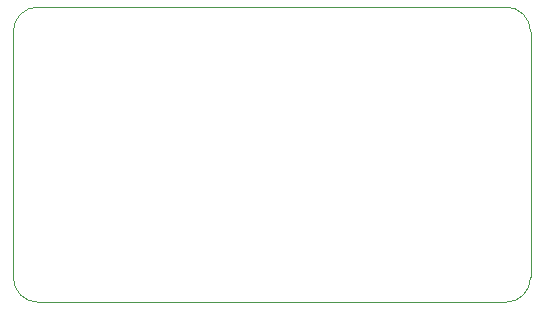
<source format=gbr>
%TF.GenerationSoftware,KiCad,Pcbnew,(5.1.10)-1*%
%TF.CreationDate,2022-01-07T12:59:57+03:00*%
%TF.ProjectId,calve_heater,63616c76-655f-4686-9561-7465722e6b69,rev?*%
%TF.SameCoordinates,Original*%
%TF.FileFunction,Profile,NP*%
%FSLAX46Y46*%
G04 Gerber Fmt 4.6, Leading zero omitted, Abs format (unit mm)*
G04 Created by KiCad (PCBNEW (5.1.10)-1) date 2022-01-07 12:59:57*
%MOMM*%
%LPD*%
G01*
G04 APERTURE LIST*
%TA.AperFunction,Profile*%
%ADD10C,0.050000*%
%TD*%
G04 APERTURE END LIST*
D10*
X55875000Y-147900000D02*
X55875000Y-127100000D01*
X53775000Y-125000000D02*
G75*
G02*
X55875000Y-127100000I0J-2100000D01*
G01*
X14150000Y-125000000D02*
X53775000Y-125000000D01*
X14175000Y-150000000D02*
X53775000Y-150000000D01*
X55875000Y-147900000D02*
G75*
G02*
X53775000Y-150000000I-2100000J0D01*
G01*
X12075000Y-147900000D02*
X12075000Y-127075000D01*
X12075000Y-127075000D02*
G75*
G02*
X14150000Y-125000000I2075000J0D01*
G01*
X14175000Y-150000000D02*
G75*
G02*
X12075000Y-147900000I0J2100000D01*
G01*
M02*

</source>
